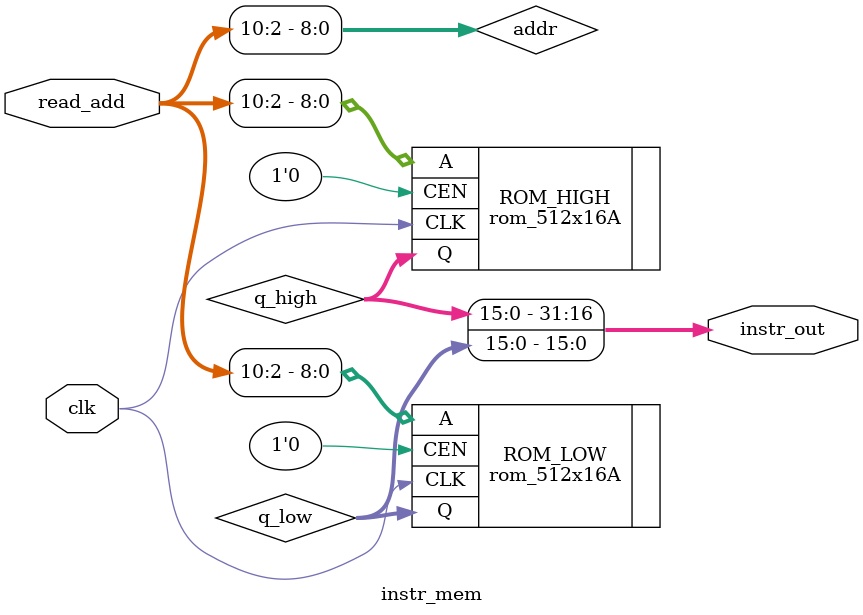
<source format=v>
module instr_mem (
    input  wire        clk,
    input  wire [31:0] read_add,
    output wire [31:0] instr_out
);

    wire [15:0] q_low;
    wire [15:0] q_high;

    wire [8:0] addr;

    assign addr = read_add[10:2];

    // Lower 16 bits
    rom_512x16A ROM_LOW (
        .CLK (clk),
        .CEN (1'b0),      // Active low enable assumed
        .A   (addr),
        .Q   (q_low)
    );

    // Upper 16 bits
    rom_512x16A ROM_HIGH (
        .CLK (clk),
        .CEN (1'b0),
        .A   (addr),
        .Q   (q_high)
    );

    assign instr_out = {q_high, q_low};

endmodule
</source>
